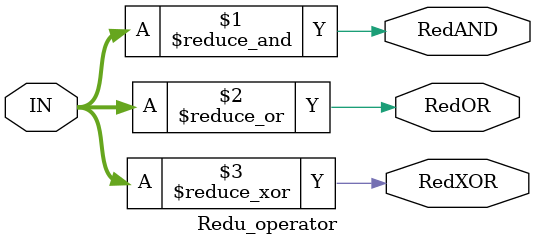
<source format=v>
module Redu_operator(IN,RedAND,RedOR,RedXOR);
	input [7:0]IN;
	output RedAND,RedOR,RedXOR;
	
	assign RedAND = & IN;
	assign RedOR = | IN;
	assign RedXOR = ^ IN;
	
endmodule

</source>
